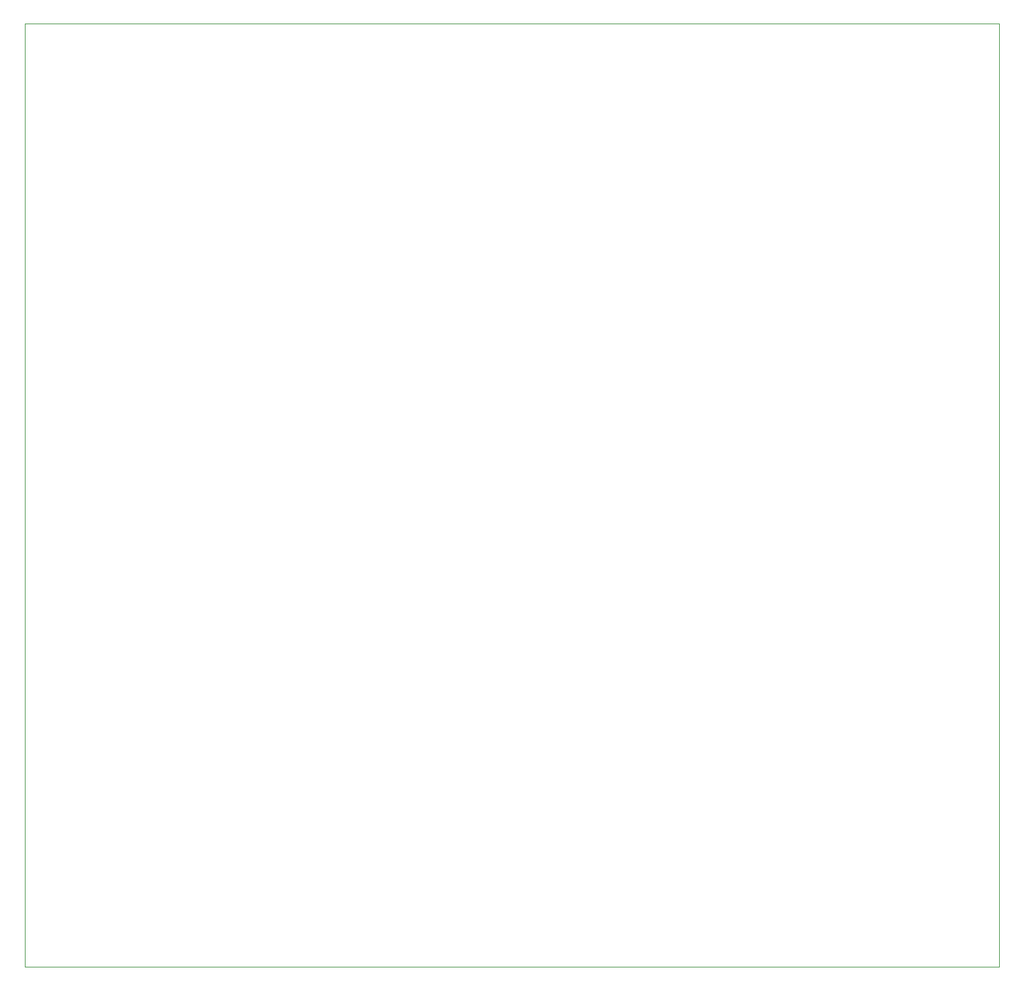
<source format=gbr>
%TF.GenerationSoftware,KiCad,Pcbnew,8.0.1*%
%TF.CreationDate,2024-08-10T06:31:29+02:00*%
%TF.ProjectId,2024-04-23 PCBV1.1,32303234-2d30-4342-9d32-332050434256,rev?*%
%TF.SameCoordinates,Original*%
%TF.FileFunction,Profile,NP*%
%FSLAX46Y46*%
G04 Gerber Fmt 4.6, Leading zero omitted, Abs format (unit mm)*
G04 Created by KiCad (PCBNEW 8.0.1) date 2024-08-10 06:31:29*
%MOMM*%
%LPD*%
G01*
G04 APERTURE LIST*
%TA.AperFunction,Profile*%
%ADD10C,0.100000*%
%TD*%
G04 APERTURE END LIST*
D10*
X38760000Y-35560000D02*
X164760000Y-35560000D01*
X164760000Y-157560000D01*
X38760000Y-157560000D01*
X38760000Y-35560000D01*
M02*

</source>
